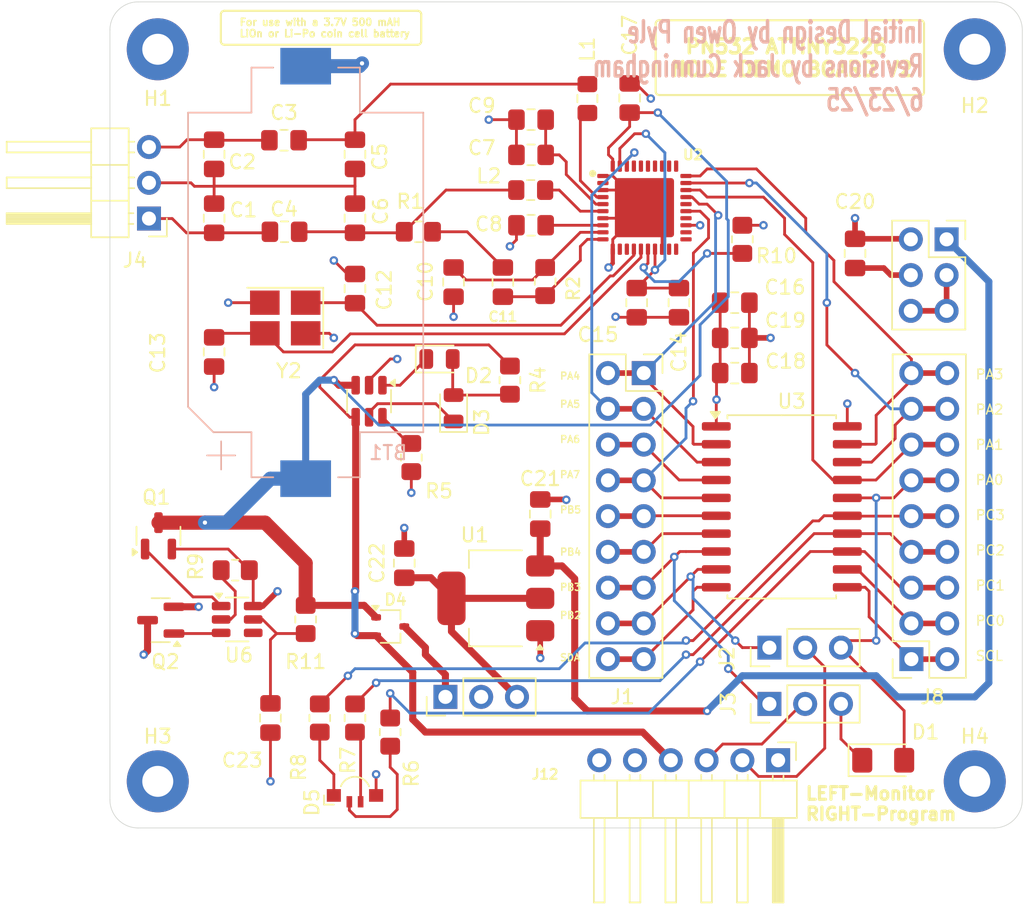
<source format=kicad_pcb>
(kicad_pcb (version 20240108) (generator "pcbnew") (generator_version "8.0")
  (layers (0 "F.Cu" signal "Front_Signal") (1 "In1.Cu" power) (2 "In2.Cu" power) (31 "B.Cu" signal "Back_Signal") (34 "B.Paste" user) (35 "F.Paste" user) (36 "B.SilkS" user "B.Silkscreen") (37 "F.SilkS" user "F.Silkscreen") (38 "B.Mask" user) (39 "F.Mask" user) (44 "Edge.Cuts" user))
  (net 0 "")
  (net 1 "GND")
  (net 2 "+BAT")
  (net 3 "Net-(C3-Pad2)")
  (net 4 "Net-(C4-Pad2)")
  (net 5 "VCC")
  (net 6 "/VOR")
  (net 7 "/VMID")
  (net 8 "/RX")
  (net 9 "Net-(C11-Pad1)")
  (net 10 "/OSCIN")
  (net 11 "/OSCOUT")
  (net 12 "+3.3V")
  (net 13 "/V_REG")
  (net 14 "/PA0")
  (net 15 "Net-(D1-K)")
  (net 16 "Net-(D2-K)")
  (net 17 "Net-(D2-A)")
  (net 18 "Net-(D3-K)")
  (net 19 "Net-(D5-R)")
  (net 20 "Net-(D5-B)")
  (net 21 "Net-(D5-G)")
  (net 22 "/PB3")
  (net 23 "/PA5")
  (net 24 "/PA7")
  (net 25 "/PB2")
  (net 26 "/PA6")
  (net 27 "/PB4")
  (net 28 "/PA4")
  (net 29 "/M_SDA")
  (net 30 "/PB5")
  (net 31 "/PC3")
  (net 32 "/PA1")
  (net 33 "/PC0")
  (net 34 "/PA3")
  (net 35 "/M_SCL")
  (net 36 "/PC2")
  (net 37 "/PA2")
  (net 38 "/PC1")
  (net 39 "/V_USB")
  (net 41 "Net-(J12-Pin_3)")
  (net 43 "Net-(J12-Pin_2)")
  (net 44 "/TX1")
  (net 45 "/TX2")
  (net 46 "Net-(Q1-G)")
  (net 47 "Net-(Q2-G)")
  (net 48 "Net-(U4-PROG)")
  (net 49 "Net-(U6-VCC)")
  (net 67 "Net-(U6-CS)")
  (net 68 "Net-(J4-Pin_1)")
  (net 69 "Net-(U2-I0)")
  (net 70 "/TVDD")
  (net 71 "/AVDD")
  (net 72 "/DVDD")
  (net 73 "Net-(J4-Pin_3)")
  (net 74 "Net-(J4-Pin_2)")
  (footprint "Resistor_SMD:R_0805_2012Metric_Pad1.20x1.40mm_HandSolder" (layer "F.Cu") (at 148.5 107 90)
    (property "Reference" "R8")
    (property "Value" "68")
  )
  (footprint "Package_TO_SOT_SMD:SOT-223-3_TabPin2" (layer "F.Cu") (at 161 98.5 180)
    (property "Reference" "U1")
    (property "Value" "LD1117S33TR")
  )
  (footprint "Resistor_SMD:R_0805_2012Metric_Pad1.20x1.40mm_HandSolder" (layer "F.Cu") (at 151 107 90)
    (property "Reference" "R7")
    (property "Value" "10")
  )
  (footprint "Inductor_SMD:L_0805_2012Metric_Pad1.15x1.40mm_HandSolder" (layer "F.Cu") (at 167.5 63 -90)
    (property "Reference" "L1")
    (property "Value" "560nH")
  )
  (footprint "Capacitor_SMD:C_0805_2012Metric_Pad1.18x1.45mm_HandSolder" (layer "F.Cu") (at 158 76.0375 -90)
    (property "Reference" "C10")
    (property "Value" ".1u")
  )
  (footprint "Capacitor_SMD:C_0805_2012Metric_Pad1.18x1.45mm_HandSolder" (layer "F.Cu") (at 170.5 62.9625 -90)
    (property "Reference" "C17")
    (property "Value" "10 uF")
  )
  (footprint "Connector_PinSocket_2.54mm:PinSocket_2x03_P2.54mm_Vertical" (layer "F.Cu") (at 193 73)
    (property "Reference" "J10" (hide yes))
    (property "Value" "POWER")
  )
  (footprint "Connector_PinHeader_2.54mm:PinHeader_1x06_P2.54mm_Horizontal" (layer "F.Cu") (at 181.04 110 -90)
    (property "Reference" "J12")
    (property "Value" "~" (hide yes))
  )
  (footprint "Capacitor_SMD:C_0805_2012Metric_Pad1.18x1.45mm_HandSolder" (layer "F.Cu") (at 177.9625 77.5)
    (property "Reference" "C16")
    (property "Value" "10nF")
  )
  (footprint "Capacitor_SMD:C_0805_2012Metric_Pad1.18x1.45mm_HandSolder" (layer "F.Cu") (at 145 107 90)
    (property "Reference" "C23")
    (property "Value" "0.1 uF")
  )
  (footprint "Connector_PinSocket_2.54mm:PinSocket_2x09_P2.54mm_Vertical" (layer "F.Cu") (at 190.5 102.82 180)
    (property "Reference" "J8")
    (property "Value" "ATTINY3226" (hide yes))
  )
  (footprint "Capacitor_SMD:C_0805_2012Metric_Pad1.18x1.45mm_HandSolder" (layer "F.Cu") (at 163.5 64.5 180)
    (property "Reference" "C9")
    (property "Value" "4.7u")
  )
  (footprint "LED_SMD:LED_0805_2012Metric" (layer "F.Cu") (at 157 81.5)
    (property "Reference" "D2")
    (property "Value" "LED")
  )
  (footprint "Capacitor_SMD:C_0805_2012Metric_Pad1.18x1.45mm_HandSolder" (layer "F.Cu") (at 186.5 74 90)
    (property "Reference" "C20")
    (property "Value" "100nF")
  )
  (footprint "Package_TO_SOT_SMD:SOT-23-6" (layer "F.Cu") (at 142.6375 100)
    (property "Reference" "U6")
    (property "Value" "DW01A")
  )
  (footprint "Package_TO_SOT_SMD:SOT-323_SC-70" (layer "F.Cu") (at 153.5 100.5)
    (property "Reference" "D4")
    (property "Value" "BAT54CW")
  )
  (footprint "Resistor_SMD:R_0805_2012Metric_Pad1.20x1.40mm_HandSolder" (layer "F.Cu") (at 178.5 73 -90)
    (property "Reference" "R10")
    (property "Value" "1k")
  )
  (footprint "Connector_PinHeader_2.54mm:PinHeader_1x03_P2.54mm_Horizontal" (layer "F.Cu") (at 136.375 71.525 180)
    (property "Reference" "J4")
    (property "Value" "Conn_01x03")
  )
  (footprint "Capacitor_SMD:C_0805_2012Metric_Pad1.18x1.45mm_HandSolder" (layer "F.Cu") (at 163.5 67 180)
    (property "Reference" "C7")
    (property "Value" ".1u" (hide yes))
  )
  (footprint "Connector_PinHeader_2.54mm:PinHeader_1x03_P2.54mm_Vertical" (layer "F.Cu") (at 157.42 105.5 90)
    (property "Reference" "J9" (hide yes))
    (property "Value" "POWER_JUMPER")
  )
  (footprint "LED_SMD:LED_Kingbright_APFA3010_3x1.5mm_Horizontal" (layer "F.Cu") (at 151 112.5)
    (property "Reference" "D5")
    (property "Value" "APFA3010")
  )
  (footprint "Resistor_SMD:R_0805_2012Metric_Pad1.20x1.40mm_HandSolder" (layer "F.Cu") (at 155 88.5 90)
    (property "Reference" "R5")
    (property "Value" "3.9k")
  )
  (footprint "Capacitor_SMD:C_0805_2012Metric_Pad1.18x1.45mm_HandSolder" (layer "F.Cu") (at 151 66.9625 -90)
    (property "Reference" "C5")
    (property "Value" "220p")
  )
  (footprint "Capacitor_SMD:C_0805_2012Metric_Pad1.18x1.45mm_HandSolder" (layer "F.Cu") (at 163.5 72 180)
    (property "Reference" "C8")
    (property "Value" "100 nF")
  )
  (footprint "Connector_PinHeader_2.54mm:PinHeader_1x03_P2.54mm_Vertical" (layer "F.Cu") (at 180.42 106 90)
    (property "Reference" "J3")
    (property "Value" "READ/WRITE")
  )
  (footprint "Package_TO_SOT_SMD:SOT-23" (layer "F.Cu") (at 137.05 94.0625 90)
    (property "Reference" "Q1")
    (property "Value" "IRLML6402")
  )
  (footprint "Package_TO_SOT_SMD:TSOT-23-6" (layer "F.Cu") (at 152 84.5 -90)
    (property "Reference" "U4" (hide yes))
    (property "Value" "TP4057")
  )
  (footprint "Capacitor_SMD:C_0805_2012Metric_Pad1.18x1.45mm_HandSolder" (layer "F.Cu") (at 145.9625 65.9625)
    (property "Reference" "C3")
    (property "Value" "22p")
  )
  (footprint "Capacitor_SMD:C_0805_2012Metric_Pad1.18x1.45mm_HandSolder" (layer "F.Cu") (at 141 71.5 -90)
    (property "Reference" "C2")
    (property "Value" "200p")
  )
  (footprint "MountingHole:MountingHole_2.2mm_M2_Pad" (layer "F.Cu") (at 137 59.5)
    (property "Reference" "H1")
    (property "Value" "MountingHole_Pad" (hide yes))
  )
  (footprint "LED_SMD:LED_0805_2012Metric" (layer "F.Cu") (at 158 85 90)
    (property "Reference" "D3")
    (property "Value" "LED")
  )
  (footprint "Resistor_SMD:R_0805_2012Metric_Pad1.20x1.40mm_HandSolder" (layer "F.Cu") (at 155.5 72.4625)
    (property "Reference" "R1")
    (property "Value" "1.6K")
  )
  (footprint "MountingHole:MountingHole_2.2mm_M2_Pad" (layer "F.Cu") (at 195 111.5)
    (property "Reference" "H4")
    (property "Value" "MountingHole_Pad" (hide yes))
  )
  (footprint "MountingHole:MountingHole_2.2mm_M2_Pad" (layer "F.Cu") (at 137 111.5)
    (property "Reference" "H3")
    (property "Value" "MountingHole_Pad" (hide yes))
  )
  (footprint "Package_TO_SOT_SMD:SOT-23" (layer "F.Cu") (at 137.2125 100.05 180)
    (property "Reference" "Q2")
    (property "Value" "IRLML6402")
  )
  (footprint "Resistor_SMD:R_0805_2012Metric_Pad1.20x1.40mm_HandSolder" (layer "F.Cu") (at 162 83 90)
    (property "Reference" "R4")
    (property "Value" "1k")
  )
  (footprint "Package_SO:SOIC-20W_7.5x12.8mm_P1.27mm" (layer "F.Cu") (at 181.3 92)
    (property "Reference" "U3")
    (property "Value" "ATtiny3226-S")
  )
  (footprint "Diode_SMD:D_1206_3216Metric_Pad1.42x1.75mm_HandSolder" (layer "F.Cu") (at 188.5 110)
    (property "Reference" "D1")
    (property "Value" "BZS55C5V1" (hide yes))
  )
  (footprint "Resistor_SMD:R_0805_2012Metric_Pad1.20x1.40mm_HandSolder" (layer "F.Cu") (at 164.5 76 -90)
    (property "Reference" "R2")
    (property "Value" "1K")
  )
  (footprint "Inductor_SMD:L_0805_2012Metric_Pad1.15x1.40mm_HandSolder" (layer "F.Cu") (at 163.475 69.5)
    (property "Reference" "L2")
    (property "Value" "560nH")
  )
  (footprint "Connector_PinHeader_2.54mm:PinHeader_1x03_P2.54mm_Vertical" (layer "F.Cu") (at 180.42 102 90)
    (property "Reference" "J2")
    (property "Value" "READ/WRITE")
  )
  (footprint "Capacitor_SMD:C_0805_2012Metric_Pad1.18x1.45mm_HandSolder" (layer "F.Cu") (at 164.15281 92.51387 90)
    (property "Reference" "C21")
    (property "Value" "100nF")
  )
  (footprint "Capacitor_SMD:C_0805_2012Metric_Pad1.18x1.45mm_HandSolder" (layer "F.Cu") (at 151 71.5 -90)
    (property "Reference" "C6")
    (property "Value" "220p")
  )
  (footprint "Capacitor_SMD:C_0805_2012Metric_Pad1.18x1.45mm_HandSolder" (layer "F.Cu") (at 151 76.5 90)
    (property "Reference" "C12")
    (property "Value" "22pF")
  )
  (footprint "Capacitor_SMD:C_0805_2012Metric_Pad1.18x1.45mm_HandSolder" (layer "F.Cu") (at 154.5 96 90)
    (property "Reference" "C22")
    (property "Value" "10uF")
  )
  (footprint "Capacitor_SMD:C_0805_2012Metric_Pad1.18x1.45mm_HandSolder" (layer "F.Cu") (at 177.9625 82.5)
    (property "Reference" "C18")
    (property "Value" "100nF")
  )
  (footprint "PN532:QFN40G-0.5-6X6MM" (layer "F.Cu") (at 171.55 70.75)
    (property "Reference" "U2")
    (property "Value" "PN5321A3HN/C106_55")
  )
  (footprint "Resistor_SMD:R_0805_2012Metric_Pad1.20x1.40mm_HandSolder" (layer "F.Cu") (at 142.5 96.5 180)
    (property "Reference" "R9")
    (property "Value" "1k")
  )
  (footprint "MountingHole:MountingHole_2.2mm_M2_Pad" (layer "F.Cu") (at 195 59.5)
    (property "Reference" "H2")
    (property "Value" "MountingHole_Pad" (hide yes))
  )
  (footprint "Capacitor_SMD:C_0805_2012Metric_Pad1.18x1.45mm_HandSolder" (layer "F.Cu") (at 141 81 -90)
    (property "Reference" "C13")
    (property "Value" "22pF")
  )
  (footprint "Capacitor_SMD:C_0805_2012Metric_Pad1.18x1.45mm_HandSolder" (layer "F.Cu") (at 174 77.5 -90)
    (property "Reference" "C14")
    (property "Value" "100 nF")
  )
  (footprint "Resistor_SMD:R_0805_2012Metric_Pad1.20x1.40mm_HandSolder" (layer "F.Cu") (at 153.5 108 90)
    (property "Reference" "R6")
    (property "Value" "10")
  )
  (footprint "Capacitor_SMD:C_0805_2012Metric_Pad1.18x1.45mm_HandSolder" (layer "F.Cu") (at 177.9625 80)
    (property "Reference" "C19")
    (property "Value" "1uF")
  )
  (footprint "Capacitor_SMD:C_0805_2012Metric_Pad1.18x1.45mm_HandSolder" (layer "F.Cu") (at 161.5 76.0375 -90)
    (property "Reference" "C11")
    (property "Value" "1n")
  )
  (footprint "Capacitor_SMD:C_0805_2012Metric_Pad1.18x1.45mm_HandSolder" (layer "F.Cu") (at 171 77.5 -90)
    (property "Reference" "C15")
    (property "Value" "10uF")
  )
  (footprint "Connector_PinSocket_2.54mm:PinSocket_2x09_P2.54mm_Vertical" (layer "F.Cu") (at 171.5 82.5)
    (property "Reference" "J1")
    (property "Value" "ATTINY3226" (hide yes))
  )
  (footprint "Capacitor_SMD:C_0805_2012Metric_Pad1.18x1.45mm_HandSolder" (layer "F.Cu") (at 141 66.9625 -90)
    (property "Reference" "C1")
    (property "Value" "200p")
  )
  (footprint "Capacitor_SMD:C_0805_2012Metric_Pad1.18x1.45mm_HandSolder" (layer "F.Cu") (at 146 72.4625)
    (property "Reference" "C4")
    (property "Value" "22p")
  )
  (footprint "Crystal:Crystal_SMD_SeikoEpson_TSX3225-4Pin_3.2x2.5mm_HandSoldering" (layer "F.Cu") (at 146.05 78.5875 180)
    (property "Reference" "Y2")
    (property "Value" "27.12 MHz")
  )
  (footprint "Resistor_SMD:R_0805_2012Metric_Pad1.20x1.40mm_HandSolder" (layer "F.Cu") (at 147.5 100 -90)
    (property "Reference" "R11")
    (property "Value" "100")
  )
  (footprint "Battery:BatteryHolder_Keystone_1060_1x2032" (layer "B.Cu") (at 147.5 75.35 90)
    (property "Reference" "BT1")
    (property "Value" "Battery")
  )
  (gr_line (start 155.702 57.019) (end 155.702 58.932) (stroke (width 0.15)) (layer "F.SilkS"))
  (gr_line (start 141.478 58.932) (end 141.478 57.019) (stroke (width 0.15)) (layer "F.SilkS"))
  (gr_line (start 172.598 57.436) (end 191.148 57.436) (stroke (width 0.15)) (layer "F.SilkS"))
  (gr_arc (start 141.728 59.182) (mid 141.551223 59.108777) (end 141.478 58.932) (stroke (width 0.15)) (layer "F.SilkS"))
  (gr_line (start 141.728 56.769) (end 155.452 56.769) (stroke (width 0.15)) (layer "F.SilkS"))
  (gr_arc (start 172.348 57.686) (mid 172.421223 57.509223) (end 172.598 57.436) (stroke (width 0.15)) (layer "F.SilkS"))
  (gr_line (start 155.452 59.182) (end 141.728 59.182) (stroke (width 0.15)) (layer "F.SilkS"))
  (gr_arc (start 155.702 58.932) (mid 155.628777 59.108777) (end 155.452 59.182) (stroke (width 0.15)) (layer "F.SilkS"))
  (gr_arc (start 155.452 56.769) (mid 155.628777 56.842223) (end 155.702 57.019) (stroke (width 0.15)) (layer "F.SilkS"))
  (gr_arc (start 191.397069 62.563305) (mid 191.344647 62.689863) (end 191.218089 62.742285) (stroke (width 0.15)) (layer "F.SilkS"))
  (gr_arc (start 172.598 62.75) (mid 172.421223 62.676777) (end 172.348 62.5) (stroke (width 0.15)) (layer "F.SilkS"))
  (gr_line (start 172.348 62.5) (end 172.348 57.686) (stroke (width 0.15)) (layer "F.SilkS"))
  (gr_line (start 191.398 57.686) (end 191.398 62.5) (stroke (width 0.15)) (layer "F.SilkS"))
  (gr_arc (start 191.148 57.436) (mid 191.324777 57.509223) (end 191.398 57.686) (stroke (width 0.15)) (layer "F.SilkS"))
  (gr_line (start 191.167333 62.750484) (end 172.617333 62.750484) (stroke (width 0.15)) (layer "F.SilkS"))
  (gr_arc (start 141.478 57.019) (mid 141.551223 56.842223) (end 141.728 56.769) (stroke (width 0.15)) (layer "F.SilkS"))
  (gr_line (start 196.374 114.808) (end 135.604 114.808) (stroke (width 0.05)) (layer "Edge.Cuts"))
  (gr_line (start 133.604 112.808) (end 133.604 58.134) (stroke (width 0.05)) (layer "Edge.Cuts"))
  (gr_line (start 135.604 56.134) (end 196.374 56.134) (stroke (width 0.05)) (layer "Edge.Cuts"))
  (gr_arc (start 135.604 114.808) (mid 134.189786 114.222214) (end 133.604 112.808) (stroke (width 0.05)) (layer "Edge.Cuts"))
  (gr_arc (start 196.374 56.134) (mid 197.788214 56.719786) (end 198.374 58.134) (stroke (width 0.05)) (layer "Edge.Cuts"))
  (gr_line (start 198.374 58.134) (end 198.374 112.808) (stroke (width 0.05)) (layer "Edge.Cuts"))
  (gr_arc (start 198.374 112.808) (mid 197.788214 114.222214) (end 196.374 114.808) (stroke (width 0.05)) (layer "Edge.Cuts"))
  (gr_arc (start 133.604 58.134) (mid 134.189786 56.719786) (end 135.604 56.134) (stroke (width 0.05)) (layer "Edge.Cuts"))
  (gr_text "Initial Design by Owen Pyle\nRevisions by Jack Cunningham\n6/23/25" (at 191.5 64 0) (layer "B.SilkS") (effects (font (size 1.5 1) (thickness 0.25) (bold yes)) (justify left bottom mirror)))
  (gr_text "PC0" (at 195 100.5 0) (layer "F.SilkS") (effects (font (size 0.7 0.7) (thickness 0.1)) (justify left bottom)))
  (gr_text "PB3" (at 165.5 98 0) (layer "F.SilkS") (effects (font (size 0.5 0.5) (thickness 0.1)) (justify left bottom)))
  (gr_text "PC3" (at 195 93 0) (layer "F.SilkS") (effects (font (size 0.7 0.7) (thickness 0.1)) (justify left bottom)))
  (gr_text "PA4" (at 165.5 83 0) (layer "F.SilkS") (effects (font (size 0.5 0.5) (thickness 0.1)) (justify left bottom)))
  (gr_text "PN532 ATTINY3226 \nNODE DEMO BOARD V2\n" (at 182 61.5 0) (layer "F.SilkS") (effects (font (size 1 1) (thickness 0.25) (bold yes)) (justify bottom)))
  (gr_text "PA5\n" (at 165.5 85 0) (layer "F.SilkS") (effects (font (size 0.5 0.5) (thickness 0.1)) (justify left bottom)))
  (gr_text "PB5" (at 165.5 92.5 0) (layer "F.SilkS") (effects (font (size 0.5 0.5) (thickness 0.1)) (justify left bottom)))
  (gr_text "PA2" (at 195 85.5 0) (layer "F.SilkS") (effects (font (size 0.7 0.7) (thickness 0.1)) (justify left bottom)))
  (gr_text "PA0" (at 195 90.5 0) (layer "F.SilkS") (effects (font (size 0.7 0.7) (thickness 0.1)) (justify left bottom)))
  (gr_text "SCL" (at 195 103 0) (layer "F.SilkS") (effects (font (size 0.7 0.7) (thickness 0.1)) (justify left bottom)))
  (gr_text "PA1" (at 195 88 0) (layer "F.SilkS") (effects (font (size 0.7 0.7) (thickness 0.1)) (justify left bottom)))
  (gr_text "PC1" (at 195 98 0) (layer "F.SilkS") (effects (font (size 0.7 0.7) (thickness 0.1)) (justify left bottom)))
  (gr_text "PA3" (at 195 83 0) (layer "F.SilkS") (effects (font (size 0.7 0.7) (thickness 0.1)) (justify left bottom)))
  (gr_text "PA6" (at 165.5 87.5 0) (layer "F.SilkS") (effects (font (size 0.5 0.5) (thickness 0.1)) (justify left bottom)))
  (gr_text "PB2" (at 165.5 100 0) (layer "F.SilkS") (effects (font (size 0.5 0.5) (thickness 0.1)) (justify left bottom)))
  (gr_text "LEFT-Monitor\nRIGHT-Program" (at 182.88512 114.344463 0) (layer "F.SilkS") (effects (font (size 0.9 0.9) (thickness 0.225) (bold yes)) (justify left bottom)))
  (gr_text "PC2" (at 195 95.5 0) (layer "F.SilkS") (effects (font (size 0.7 0.7) (thickness 0.1)) (justify left bottom)))
  (gr_text "PB4\n" (at 165.5 95.5 0) (layer "F.SilkS") (effects (font (size 0.5 0.5) (thickness 0.1)) (justify left bottom)))
  (gr_text "SDA" (at 165.5 103 0) (layer "F.SilkS") (effects (font (size 0.5 0.5) (thickness 0.1)) (justify left bottom)))
  (gr_text "PA7" (at 165.5 90 0) (layer "F.SilkS") (effects (font (size 0.5 0.5) (thickness 0.1)) (justify left bottom)))
  (gr_text "For use with a 3.7V 500 mAH \nLiOn or Li-Po coin cell battery" (at 142.748 58.674 0) (layer "F.SilkS") (effects (font (size 0.5 0.5) (thickness 0.125) (bold yes)) (justify left bottom)))
  (segment (start 147.5 79.675) (end 149.175 79.675) (width 0.2) (layer "F.Cu") (net 1))
  (segment (start 170.5 61.925) (end 170.925 61.925) (width 0.2) (layer "F.Cu") (net 1))
  (segment (start 169.5375 78.5375) (end 171 78.5375) (width 0.2) (layer "F.Cu") (net 1))
  (segment (start 162.4625 72) (end 162.4625 73.0375) (width 0.2) (layer "F.Cu") (net 1))
  (segment (start 170.8 71.5) (end 171.55 70.75) (width 0.2) (layer "F.Cu") (net 1))
  (segment (start 185.95 86.285) (end 185.95 84.690546) (width 0.2) (layer "F.Cu") (net 1))
  (segment (start 185.930605 84.671151) (end 185.94259 84.683136) (width 0.2) (layer "F.Cu") (net 1))
  (segment (start 145 108.0375) (end 145 111.5) (width 0.2) (layer "F.Cu") (net 1))
  (segment (start 149.175 79.675) (end 149.5 80) (width 0.2) (layer "F.Cu") (net 1))
  (segment (start 144.6 77.5) (end 142 77.5) (width 0.2) (layer "F.Cu") (net 1))
  (segment (start 169.3 74.7) (end 169 75) (width 0.3) (layer "F.Cu") (net 1))
  (segment (start 162.4625 64.5) (end 160.5 64.5) (width 0.2) (layer "F.Cu") (net 1))
  (segment (start 190.4225 72.9625) (end 190.46 73) (width 0.2) (layer "F.Cu") (net 1))
  (segment (start 170.3 69.5) (end 171.55 70.75) (width 0.2) (layer "F.Cu") (net 1))
  (segment (start 185.95 84.690546) (end 185.954575 84.695121) (width 0.2) (layer "F.Cu") (net 1))
  (segment (start 162.4625 67) (end 162.4625 64.5) (width 0.2) (layer "F.Cu") (net 1))
  (segment (start 193 75.54) (end 193 78.08) (width 0.4) (layer "F.Cu") (net 1))
  (segment (start 162.4625 73.0375) (end 162 73.5) (width 0.2) (layer "F.Cu") (net 1))
  (segment (start 152.5 112.5) (end 152.5 111) (width 0.2) (layer "F.Cu") (net 1))
  (segment (start 168.6 71.5) (end 170.8 71.5) (width 0.2) (layer "F.Cu") (net 1))
  (segment (start 153.509448 81.5) (end 154 81.5) (width 0.2) (layer "F.Cu") (net 1))
  (segment (start 142 95) (end 143.5 96.5) (width 0.2) (layer "F.Cu") (net 1))
  (segment (start 165.97637 91.47637) (end 166 91.5) (width 0.2) (layer "F.Cu") (net 1))
  (segment (start 172.8 72) (end 171.55 70.75) (width 0.2) (layer "F.Cu") (net 1))
  (segment (start 180 72) (end 178.5 72) (width 0.2) (layer "F.Cu") (net 1))
  (segment (start 143.775 99.05) (end 143.775 96.775) (width 0.2) (layer "F.Cu") (net 1))
  (segment (start 164.15281 91.47637) (end 165.97637 91.47637) (width 0.4) (layer "F.Cu") (net 1))
  (segment (start 141 82.0375) (end 141 83.5) (width 0.2) (layer "F.Cu") (net 1))
  (segment (start 143.775 96.775) (end 143.5 96.5) (width 0.2) (layer "F.Cu") (net 1))
  (segment (start 185.954575 84.695121) (end 185.954575 84.671151) (width 0.2) (layer "F.Cu") (net 1))
  (segment (start 170.925 61.925) (end 172 63) (width 0.2) (layer "F.Cu") (net 1))
  (segment (start 179 80) (end 179 77.5) (width 0.2) (layer "F.Cu") (net 1))
  (segment (start 169.3 73.7) (end 169.3 73) (width 0.2) (layer "F.Cu") (net 1))
  (segment (start 138 95) (end 142 95) (width 0.2) (layer "F.Cu") (net 1))
  (segment (start 171 78.5375) (end 174 78.5375) (width 0.2) (layer "F.Cu") (net 1))
  (segment (start 158 78.5) (end 158 77.075) (width 0.2) (layer "F.Cu") (net 1))
  (segment (start 144.45 99.05) (end 145.5 98) (width 0.4) (layer "F.Cu") (net 1))
  (segment (start 143.775 99.05) (end 144.45 99.05) (width 0.4) (layer "F.Cu") (net 1))
  (segment (start 185.954575 84.671151) (end 185.930605 84.671151) (width 0.2) (layer "F.Cu") (net 1))
  (segment (start 154.5 94.9625) (end 154.5 93.5) (width 0.4) (layer "F.Cu") (net 1))
  (segment (start 152 83.3625) (end 152 83.009448) (width 0.2) (layer "F.Cu") (net 1))
  (segment (start 168.6 68.5) (end 169.3 68.5) (width 0.2) (layer "F.Cu") (net 1))
  (segment (start 155 89.5) (end 155 91) (width 0.2) (layer "F.Cu") (net 1))
  (segment (start 164.154034 102.740368) (end 164.15 102.734812) (width 0.2) (layer "F.Cu") (net 1))
  (segment (start 169.5 78.5) (end 169.5375 78.5375) (width 0.2) (layer "F.Cu") (net 1))
  (segment (start 169.3 73) (end 171.55 70.75) (width 0.2) (layer "F.Cu") (net 1))
  (segment (start 138.15 99.1) (end 139.9 99.1) (width 0.5) (layer "F.Cu") (net 1))
  (segment (start 164.15 100.8) (end 164.154034 102.740368) (width 0.4) (layer "F.Cu") (net 1))
  (segment (start 168.6 69.5) (end 170.3 69.5) (width 0.2) (layer "F.Cu") (net 1))
  (segment (start 172.8 73.7) (end 172.8 72) (width 0.2) (layer "F.Cu") (net 1))
  (segment (start 152 83.009448) (end 153.509448 81.5) (width 0.2) (layer "F.Cu") (net 1))
  (segment (start 179 80) (end 180.5 80) (width 0.4) (layer "F.Cu") (net 1))
  (segment (start 169.3 68.5) (end 171.55 70.75) (width 0.2) (layer "F.Cu") (net 1))
  (segment (start 150.4625 75.4625) (end 149.5 74.5) (width 0.2) (layer "F.Cu") (net 1))
  (segment (start 190.46 78.08) (end 193 78.08) (width 0.4) (layer "F.Cu") (net 1))
  (segment (start 151 75.4625) (end 150.4625 75.4625) (width 0.2) (layer "F.Cu") (net 1))
  (segment (start 169.3 73.7) (end 169.3 74.7) (width 0.3) (layer "F.Cu") (net 1))
  (segment (start 186.5 72.9625) (end 186.5 71.5) (width 0.4) (layer "F.Cu") (net 1))
  (segment (start 179 82.5) (end 179 80) (width 0.2) (layer "F.Cu") (net 1))
  (segment (start 186.5 72.9625) (end 190.4225 72.9625) (width 0.4) (layer "F.Cu") (net 1))
  (via (at 164.154034 102.740368) (size 0.6) (drill 0.3) (layers "F.Cu" "B.Cu") (net 1))
  (via (at 139.9 99.1) (size 0.6) (drill 0.3) (layers "F.Cu" "B.Cu") (net 1))
  (via (at 149.5 80) (size 0.6) (drill 0.3) (layers "F.Cu" "B.Cu") (net 1))
  (via (at 142 77.5) (size 0.6) (drill 0.3) (layers "F.Cu" "B.Cu") (net 1))
  (via (at 162 73.5) (size 0.6) (drill 0.3) (layers "F.Cu" "B.Cu") (net 1))
  (via (at 154.5 93.5) (size 0.6) (drill 0.3) (layers "F.Cu" "B.Cu") (net 1))
  (via (at 172 63) (size 0.6) (drill 0.3) (layers "F.Cu" "B.Cu") (net 1))
  (via (at 141 83.5) (size 0.6) (drill 0.3) (layers "F.Cu" "B.Cu") (net 1))
  (via (at 186.5 71.5) (size 0.6) (drill 0.3) (layers "F.Cu" "B.Cu") (net 1))
  (via (at 145.5 98) (size 0.6) (drill 0.3) (layers "F.Cu" "B.Cu") (net 1))
  (via (at 158 78.5) (size 0.6) (drill 0.3) (layers "F.Cu" "B.Cu") (net 1))
  (via (at 185.954575 84.671151) (size 0.6) (drill 0.3) (layers "F.Cu" "B.Cu") (net 1))
  (via (at 154 81.5) (size 0.6) (drill 0.3) (layers "F.Cu" "B.Cu") (net 1))
  (via (at 151.5 60.5) (size 0.6) (drill 0.3) (layers "F.Cu" "B.Cu") (net 1))
  (via (at 166 91.5) (size 0.6) (drill 0.3) (layers "F.Cu" "B.Cu") (net 1))
  (via (at 152.5 111) (size 0.6) (drill 0.3) (layers "F.Cu" "B.Cu") (net 1))
  (via (at 180 72) (size 0.6) (drill 0.3) (layers "F.Cu" "B.Cu") (net 1))
  (via (at 160.5 64.5) (size 0.6) (drill 0.3) (layers "F.Cu" "B.Cu") (net 1))
  (via (at 155 91) (size 0.6) (drill 0.3) (layers "F.Cu" "B.Cu") (net 1))
  (via (at 169 75) (size 0.6) (drill 0.3) (layers "F.Cu" "B.Cu") (net 1))
  (via (at 180.5 80) (size 0.6) (drill 0.3) (layers "F.Cu" "B.Cu") (net 1))
  (via (at 145 111.5) (size 0.6) (drill 0.3) (layers "F.Cu" "B.Cu") (net 1))
  (via (at 169.5 78.5) (size 0.6) (drill 0.3) (layers "F.Cu" "B.Cu") (net 1))
  (via (at 149.5 74.5) (size 0.6) (drill 0.3) (layers "F.Cu" "B.Cu") (net 1))
  (segment (start 151.3 60.7) (end 147.5 60.7) (width 1) (layer "B.Cu") (net 1))
  (segment (start 151.5 60.5) (end 151.3 60.7) (width 1) (layer "B.Cu") (net 1))
  (segment (start 151.65 99) (end 152.5 99.85) (width 0.5) (layer "F.Cu") (net 2))
  (segment (start 147.5 98.4) (end 147.5 96) (width 1) (layer "F.Cu") (net 2))
  (segment (start 169 66.5) (end 170.5 65) (width 0.2) (layer "F.Cu") (net 2))
  (segment (start 144.620272 93.120272) (end 140.347984 93.120272) (width 1) (layer "F.Cu") (net 2))
  (segment (start 169.3 67.3) (end 169 67) (width 0.2) (layer "F.Cu") (net 2))
  (segment (start 151.05 83.3625) (end 149.8625 83.3625) (width 0.5) (layer "F.Cu") (net 2))
  (segment (start 169 67) (end 169 66.5) (width 0.2) (layer "F.Cu") (net 2))
  (segment (start 137.05 93.125) (end 140.343256 93.125) (width 1) (layer "F.Cu") (net 2))
  (segment (start 140.347984 93.120272) (end 140.352712 93.125) (width 0.2) (layer "F.Cu") (net 2))
  (segment (start 172.5 64) (end 170.5 64) (width 0.2) (layer "F.Cu") (net 2))
  (segment (start 149.8625 83.3625) (end 149.5 83) (width 0.5) (layer "F.Cu") (net 2))
  (segment (start 169.3 67.8) (end 169.3 67.3) (width 0.2) (layer "F.Cu") (net 2))
  (segment (start 147.5 96) (end 144.620272 93.120272) (width 1) (layer "F.Cu") (net 2))
  (segment (start 147.5 99) (end 151.65 99) (width 0.5) (layer "F.Cu") (net 2))
  (segment (start 170.5 65) (end 170.5 64) (width 0.2) (layer "F.Cu") (net 2))
  (segment (start 140.352712 93.125) (end 140.375 93.125) (width 0.2) (layer "F.Cu") (net 2))
  (segment (start 140.343256 93.125) (end 140.347984 93.120272) (width 1) (layer "F.Cu") (net 2))
  (segment (start 147.5 99) (end 147.5 98.4) (width 0.2) (layer "F.Cu") (net 2))
  (via (at 149.5 83) (size 0.6) (drill 0.3) (layers "F.Cu" "B.Cu") (net 2))
  (via (at 140.347984 93.120272) (size 0.6) (drill 0.3) (layers "F.Cu" "B.Cu") (net 2))
  (via (at 172.5 64) (size 0.6) (drill 0.3) (layers "F.Cu" "B.Cu") (net 2))
  (segment (start 177.5 71.654851) (end 177.384814 71.539665) (width 0.2) (layer "B.Cu") (net 2))
  (segment (start 149.5 83) (end 148.5 83) (width 0.5) (layer "B.Cu") (net 2))
  (segment (start 177.384814 71.539665) (end 177.384814 68.884814) (width 0.2) (layer "B.Cu") (net 2))
  (segment (start 177.384814 68.884814) (end 172.5 64) (width 0.2) (layer "B.Cu") (net 2))
  (segment (start 152.69 86.19) (end 171.976346 86.19) (width 0.2) (layer "B.Cu") (net 2))
  (segment (start 141.879728 93.120272) (end 145 90) (width 1) (layer "B.Cu") (net 2))
  (segment (start 147.5 84) (end 147.5 90) (width 0.5) (layer "B.Cu") (net 2))
  (segment (start 140.347984 93.120272) (end 141.879728 93.120272) (width 1) (layer "B.Cu") (net 2))
  (segment (start 171.976346 86.19) (end 175.5 82.666346) (width 0.2) (layer "B.Cu") (net 2))
  (segment (start 145 90) (end 147.5 90) (width 1) (layer "B.Cu") (net 2))
  (segment (start 148.5 83) (end 147.5 84) (width 0.5) (layer "B.Cu") (net 2))
  (segment (start 175.5 79.065686) (end 177.5 77.065686) (width 0.2) (layer "B.Cu") (net 2))
  (segment (start 177.5 77.065686) (end 177.5 71.654851) (width 0.2) (layer "B.Cu") (net 2))
  (segment (start 175.5 82.666346) (end 175.5 79.065686) (width 0.2) (layer "B.Cu") (net 2))
  (segment (start 149.5 83) (end 152.69 86.19) (width 0.2) (layer "B.Cu") (net 2))
  (segment (start 151 64.5) (end 151 65.925) (width 0.2) (layer "F.Cu") (net 3))
  (segment (start 147.0375 65.925) (end 147 65.9625) (width 0.2) (layer "F.Cu") (net 3))
  (segment (start 151 65.925) (end 147.0375 65.925) (width 0.2) (layer "F.Cu") (net 3))
  (segment (start 150.9625 65.9625) (end 151 65.925) (width 0.2) (layer "F.Cu") (net 3))
  (segment (start 153.525 61.975) (end 151 64.5) (width 0.2) (layer "F.Cu") (net 3))
  (segment (start 167.5 61.975) (end 153.525 61.975) (width 0.2) (layer "F.Cu") (net 3))
  (segment (start 147.0375 72.4625) (end 150.925 72.4625) (width 0.2) (layer "F.Cu") (net 4))
  (segment (start 154.5 72.4625) (end 157.4625 69.5) (width 0.2) (layer "F.Cu") (net 4))
  (segment (start 154.425 72.5375) (end 154.5 72.4625) (width 0.2) (layer "F.Cu") (net 4))
  (segment (start 151.075 72.4625) (end 151 72.5375) (width 0.2) (layer "F.Cu") (net 4))
  (segment (start 150.925 72.4625) (end 151 72.5375) (width 0.2) (layer "F.Cu") (net 4))
  (segment (start 157.4625 69.5) (end 162.45 69.5) (width 0.2) (layer "F.Cu") (net 4))
  (segment (start 151 72.5375) (end 154.425 72.5375) (width 0.2) (layer "F.Cu") (net 4))
  (segment (start 167.5 106.5) (end 176 106.5) (width 0.5) (layer "F.Cu") (net 5))
  (segment (start 164.15 96.2) (end 164.15 93.55418) (width 0.5) (layer "F.Cu") (net 5))
  (segment (start 166.5 97) (end 166.6 97.1) (width 0.2) (layer "F.Cu") (net 5))
  (segment (start 166.6 105.6) (end 167.5 106.5) (width 0.5) (layer "F.Cu") (net 5))
  (segment (start 164.15 96.2) (end 165.7 96.2) (width 0.5) (layer "F.Cu") (net 5))
  (segment (start 166.6 97.1) (end 166.6 105.6) (width 0.5) (layer "F.Cu") (net 5))
  (segment (start 164.15 93.55418) (end 164.15281 93.55137) (width 0.2) (layer "F.Cu") (net 5))
  (segment (start 165.7 96.2) (end 166.5 97) (width 0.5) (layer "F.Cu") (net 5))
  (via (at 176 106.5) (size 0.6) (drill 0.3) (layers "F.Cu" "B.Cu") (net 5))
  (segment (start 196 76) (end 193 73) (width 0.5) (layer "B.Cu") (net 5))
  (segment (start 188 104) (end 189.5 105.5) (width 0.5) (layer "B.Cu") (net 5))
  (segment (start 176 106.5) (end 178.5 104) (width 0.5) (layer "B.Cu") (net 5))
  (segment (start 178.5 104) (end 188 104) (width 0.5) (layer "B.Cu") (net 5))
  (segment (start 189.5 105.5) (end 195 105.5) (width 0.5) (layer "B.Cu") (net 5))
  (segment (start 196 104.5) (end 196 76) (width 0.5) (layer "B.Cu") (net 5))
  (segment (start 195 105.5) (end 196 104.5) (width 0.5) (layer "B.Cu") (net 5))
  (segment (start 156 102) (end 154.5 100.5) (width 0.5) (layer "F.Cu") (net 6))
  (segment (start 157.42 105.5) (end 157.42 103.92) (width 0.5) (layer "F.Cu") (net 6))
  (segment (start 157.42 103.92) (end 156 102.5) (width 0.5) (layer "F.Cu") (net 6))
  (segment (start 156 102.5) (end 156 102) (width 0.5) (layer "F.Cu") (net 6))
  (segment (start 167 72.5) (end 168.6 72.5) (width 0.2) (layer "F.Cu") (net 7))
  (segment (start 163.6125 75.8875) (end 158.8875 75.8875) (width 0.2) (layer "F.Cu") (net 7))
  (segment (start 164.5 75) (end 167 72.5) (width 0.2) (layer "F.Cu") (net 7))
  (segment (start 164.5 75) (end 163.6125 75.8875) (width 0.2) (layer "F.Cu") (net 7))
  (segment (start 158.8875 75.8875) (end 158 75) (width 0.2) (layer "F.Cu") (net 7))
  (segment (start 167 73.5) (end 167 74.5) (width 0.2) (layer "F.Cu") (net 8))
  (segment (start 168.6 73) (end 167.5 73) (width 0.2) (layer "F.Cu") (net 8))
  (segment (start 164.425 77.075) (end 164.5 77) (width 0.2) (layer "F.Cu") (net 8))
  (segment (start 161.5 77.075) (end 164.425 77.075) (width 0.2) (layer "F.Cu") (net 8))
  (segment (start 163.9625 77) (end 164 77.0375) (width 0.2) (layer "F.Cu") (net 8))
  (segment (start 167.5 73) (end 167 73.5) (width 0.2) (layer "F.Cu") (net 8))
  (segment (start 167 74.5) (end 164.5 77) (width 0.2) (layer "F.Cu") (net 8))
  (segment (start 158.9625 72.4625) (end 156.5 72.4625) (width 0.2) (layer "F.Cu") (net 9))
  (segment (start 161.5 75) (end 158.9625 72.4625) (width 0.2) (layer "F.Cu") (net 9))
  (segment (start 170.8 73.7) (end 170.8 74.13241) (width 0.2) (layer "F.Cu") (net 10))
  (segment (start 169.33241 75.6) (end 169.116205 75.6) (width 0.2) (layer "F.Cu") (net 10))
  (segment (start 150.9625 77.5) (end 151 77.5375) (width 0.2) (layer "F.Cu") (net 10))
  (segment (start 165.616205 79.1) (end 152.5625 79.1) (width 0.2) (layer "F.Cu") (net 10))
  (segment (start 147.5 77.5) (end 150.9625 77.5) (width 0.2) (layer "F.Cu") (net 10))
  (segment (start 170.8 74.13241) (end 169.33241 75.6) (width 0.2) (layer "F.Cu") (net 10))
  (segment (start 169.116205 75.6) (end 165.616205 79.1) (width 0.2) (layer "F.Cu") (net 10))
  (segment (start 152.5625 79.1) (end 151 77.5375) (width 0.2) (layer "F.Cu") (net 10))
  (segment (start 149.385539 81) (end 145.925 81) (width 0.2) (layer "F.Cu") (net 11))
  (segment (start 144.6 79.675) (end 141.2875 79.675) (width 0.2) (layer "F.Cu") (net 11))
  (segment (start 165.868513 79.716231) (end 150.669308 79.716231) (width 0.2) (layer "F.Cu") (net 11))
  (segment (start 171.3 74.284744) (end 165.868513 79.716231) (width 0.2) (layer "F.Cu") (net 11))
  (segment (start 171.3 73.7) (end 171.3 74.284744) (width 0.2) (layer "F.Cu") (net 11))
  (segment (start 150.669308 79.716231) (end 149.385539 81) (width 0.2) (layer "F.Cu") (net 11))
  (segment (start 145.925 81) (end 144.6 79.675) (width 0.2) (layer "F.Cu") (net 11))
  (segment (start 141.2875 79.675) (end 141 79.9625) (width 0.2) (layer "F.Cu") (net 11))
  (segment (start 176.925 82.5) (end 176.925 80) (width 0.2) (layer "F.Cu") (net 12))
  (segment (start 176.666318 84.383515) (end 176.666318 82.758682) (width 0.2) (layer "F.Cu") (net 12))
  (segment (start 176.65 84.399832) (end 176.666317 84.383515) (width 0.2) (layer "F.Cu") (net 12))
  (segment (start 176.925 80) (end 176.925 77.5) (width 0.2) (layer "F.Cu") (net 12))
  (segment (start 188.5375 75.0375) (end 186.5 75.0375) (width 0.4) (layer "F.Cu") (net 12))
  (segment (start 189.04 75.54) (end 188.5375 75.0375) (width 0.4) (layer "F.Cu") (net 12))
  (segment (start 190.46 75.54) (end 189.04 75.54) (width 0.4) (layer "F.Cu") (net 12))
  (segment (start 176.65 86.285) (end 176.65 84.399832) (width 0.2) (layer "F.Cu") (net 12))
  (segment (start 174.5 72) (end 175.5 72) (width 0.2) (layer "F.Cu") (net 12))
  (segment (start 176.666318 84.383514) (end 176.654333 84.395499) (width 0.2) (layer "F.Cu") (net 12))
  (segment (start 176.666317 84.383515) (end 176.666318 84.383515) (width 0.2) (layer "F.Cu") (net 12))
  (segment (start 176.666318 84.383515) (end 176.666318 84.383514) (width 0.2) (layer "F.Cu") (net 12))
  (segment (start 136.275 100.05) (end 136.275 102.225) (width 0.5) (layer "F.Cu") (net 12))
  (segment (start 136.275 102.225) (end 136 102.5) (width 0.5) (layer "F.Cu") (net 12))
  (segment (start 176.666318 82.758682) (end 176.925 82.5) (width 0.2) (layer "F.Cu") (net 12))
  (via (at 176.666318 84.383515) (size 0.6) (drill 0.3) (layers "F.Cu" "B.Cu") (net 12))
  (via (at 136 102.5) (size 0.6) (drill 0.3) (layers "F.Cu" "B.Cu") (net 12))
  (via (at 175.5 72) (size 0.6) (drill 0.3) (layers "F.Cu" "B.Cu") (net 12))
  (segment (start 156.3875 97.0375) (end 154.5 97.0375) (width 0.5) (layer "F.Cu") (net 13))
  (segment (start 157.85 98.5) (end 157.85 100.85) (width 0.5) (layer "F.Cu") (net 13))
  (segment (start 164.15 98.5) (end 157.85 98.5) (width 0.5) (layer "F.Cu") (net 13))
  (segment (start 157.85 100.85) (end 162.5 105.5) (width 0.5) (layer "F.Cu") (net 13))
  (segment (start 157.85 98.5) (end 156.3875 97.0375) (width 0.5) (layer "F.Cu") (net 13))
  (segment (start 189.255 91.365) (end 188.00356 91.365) (width 0.2) (layer "F.Cu") (net 14))
  (segment (start 187.92693 91.365) (end 185.95 91.365) (width 0.2) (layer "F.Cu") (net 14))
  (segment (start 185.5 102) (end 189.9875 106.4875) (width 0.2) (layer "F.Cu") (net 14))
  (segment (start 187.929659 91.362271) (end 187.92693 91.365) (width 0.2) (layer "F.Cu") (net 14))
  (segment (start 187.996572 91.365) (end 187.932388 91.365) (width 0.2) (layer "F.Cu") (net 14))
  (segment (start 188.000066 91.361506) (end 187.996572 91.365) (width 0.2) (layer "F.Cu") (net 14))
  (segment (start 189.9875 106.4875) (end 189.9875 110) (width 0.2) (layer "F.Cu") (net 14))
  (segment (start 186 101.5) (end 188 101.5) (width 0.2) (layer "F.Cu") (net 14))
  (segment (start 185.5 102) (end 186 101.5) (width 0.2) (layer "F.Cu") (net 14))
  (segment (start 190.5 90.12) (end 189.255 91.365) (width 0.2) (layer "F.Cu") (net 14))
  (segment (start 188.00356 91.365) (end 188.000066 91.361506) (width 0.2) (layer "F.Cu") (net 14))
  (segment (start 187.932388 91.365) (end 187.929659 91.362271) (width 0.2) (layer "F.Cu") (net 14))
  (segment (start 193.04 90.12) (end 190.5 90.12) (width 0.4) (layer "F.Cu") (net 14))
  (via (at 188.000066 91.361506) (size 0.6) (drill 0.3) (layers "F.Cu" "B.Cu") (net 14))
  (via (at 188 101.5) (size 0.6) (drill 0.3) (layers "F.Cu" "B.Cu") (net 14))
  (segment (start 188 101.5) (end 188 91.361572) (width 0.2) (layer "B.Cu") (net 14))
  (segment (start 188 91.361572) (end 188.000066 91.361506) (width 0.2) (layer "B.Cu") (net 14))
  (segment (start 185.5 108.5) (end 185.5 106) (width 0.2) (layer "F.Cu") (net 15))
  (segment (start 185.5125 108.5) (end 185.5 108.5) (width 0.2) (layer "F.Cu") (net 15))
  (segment (start 187.0125 110) (end 185.5125 108.5) (width 0.2) (layer "F.Cu") (net 15))
  (segment (start 156.0625 81.5) (end 154.2 83.3625) (width 0.2) (layer "F.Cu") (net 16))
  (segment (start 154.2 83.3625) (end 152.95 83.3625) (width 0.2) (layer "F.Cu") (net 16))
  (segment (start 161.9375 84.0625) (end 162 84) (width 0.2) (layer "F.Cu") (net 17))
  (segment (start 157.9375 84) (end 158 84.0625) (width 0.2) (layer "F.Cu") (net 17))
  (segment (start 158 84.0625) (end 161.9375 84.0625) (width 0.2) (layer "F.Cu") (net 17))
  (segment (start 157.9375 81.5) (end 157.9375 84) (width 0.2) (layer "F.Cu") (net 17))
  (segment (start 156.7375 84.675) (end 158 85.9375) (width 0.2) (layer "F.Cu") (net 18))
  (segment (start 152.609448 84.675) (end 156.7375 84.675) (width 0.2) (layer "F.Cu") (net 18))
  (segment (start 152 85.284448) (end 152.609448 84.675) (width 0.2) (layer "F.Cu") (net 18))
  (segment (start 152 85.6375) (end 152 85.284448) (width 0.2) (layer "F.Cu") (net 18))
  (segment (start 149.5 111) (end 148.5 110) (width 0.2) (layer "F.Cu") (net 19))
  (segment (start 148.5 110) (end 148.5 108) (width 0.2) (layer "F.Cu") (net 19))
  (segment (start 149.5 112.5) (end 149.5 111) (width 0.2) (layer "F.Cu") (net 19))
  (segment (start 154 113.5) (end 154 111) (width 0.2) (layer "F.Cu") (net 20))
  (segment (start 150.6 113.55) (end 151.05 114) (width 0.2) (layer "F.Cu") (net 20))
  (segment (start 151.05 114) (end 153.5 114) (width 0.2) (layer "F.Cu") (net 20))
  (segment (start 154 111) (end 153.5 110.5) (width 0.2) (layer "F.Cu") (net 20))
  (segment (start 153.5 114) (end 154 113.5) (width 0.2) (layer "F.Cu") (net 20))
  (segment (start 150.6 112.95) (end 150.6 113.55) (width 0.2) (layer "F.Cu") (net 20))
  (segment (start 153.5 110.5) (end 153.5 109) (width 0.2) (layer "F.Cu") (net 20))
  (segment (start 151.4 112.95) (end 151.4 108.4) (width 0.2) (layer "F.Cu") (net 21))
  (segment (start 151.4 108.4) (end 151 108) (width 0.2) (layer "F.Cu") (net 21))
  (segment (start 173.666559 95.573441) (end 171.5 97.74) (width 0.2) (layer "F.Cu") (net 22))
  (segment (start 180 106) (end 180.42 106) (width 0.2) (layer "F.Cu") (net 22))
  (segment (start 173.683998 95.556002) (end 173.666559 95.556002) (width 0.2) (layer "F.Cu") (net 22))
  (segment (start 174.065 95.175) (end 173.683998 95.556002) (width 0.2) (layer "F.Cu") (net 22))
  (segment (start 177.5 103.5) (end 180 106) (width 0.2) (layer "F.Cu") (net 22))
  (segment (start 174.5 95.175) (end 176.65 95.175) (width 0.2) (layer "F.Cu") (net 22))
  (segment (start 174.5 95.175) (end 174.065 95.175) (width 0.2) (layer "F.Cu") (net 22))
  (segment (start 171.5 97.74) (end 168.96 97.74) (width 0.4) (layer "F.Cu") (net 22))
  (segment (start 173.666559 95.556002) (end 173.666559 95.573441) (width 0.2) (layer "F.Cu") (net 22))
  (via (at 177.5 103.5) (size 0.6) (drill 0.3) (layers "F.Cu" "B.Cu") (net 22))
  (via (at 173.666559 95.556002) (size 0.6) (drill 0.3) (layers "F.Cu" "B.Cu") (net 22))
  (segment (start 177.5 103.5) (end 177.5 102.5) (width 0.2) (layer "B.Cu") (net 22))
  (segment (start 177.5 102.5) (end 173.666559 98.666559) (width 0.2) (layer "B.Cu") (net 22))
  (segment (start 173.666559 98.666559) (end 173.666559 95.556002) (width 0.2) (layer "B.Cu") (net 22))
  (segment (start 170.833795 66.833795) (end 170.3 67.36759) (width 0.2) (layer "F.Cu") (net 23))
  (segment (start 171.5 85.04) (end 168.96 85.04) (width 0.4) (layer "F.Cu") (net 23))
  (segment (start 175.285 88.825) (end 176.65 88.825) (width 0.2) (layer "F.Cu") (net 23))
  (segment (start 171.5 85.04) (end 175.285 88.825) (width 0.2) (layer "F.Cu") (net 23))
  (segment (start 170.3 67.36759) (end 170.3 67.8) (width 0.2) (layer "F.Cu") (net 23))
  (via (at 170.833795 66.833795) (size 0.6) (drill 0.3) (layers "F.Cu" "B.Cu") (net 23))
  (segment (start 170.833795 66.833795) (end 167.81 69.85759) (width 0.2) (layer "B.Cu") (net 23))
  (segment (start 167.81 83.89) (end 168.96 85.04) (width 0.2) (layer "B.Cu") (net 23))
  (segment (start 167.81 69.85759) (end 167.81 83.89) (width 0.2) (layer "B.Cu") (net 23))
  (segment (start 176.1 71.6) (end 175.5 71) (width 0.2) (layer "F.Cu") (net 24))
  (segment (start 175.025 73.975) (end 176.1 72.9) (width 0.2) (layer "F.Cu") (net 24))
  (segment (start 172.745 91.365) (end 176.65 91.365) (width 0.2) (layer "F.Cu") (net 24))
  (segment (start 171.5 90.12) (end 172.745 91.365) (width 0.2) (layer "F.Cu") (net 24))
  (segment (start 175.025 84.475) (end 175.025 73.975) (width 0.2) (layer "F.Cu") (net 24))
  (segment (start 176.1 72.9) (end 176.1 71.6) (width 0.2) (layer "F.Cu") (net 24))
  (segment (start 175 84.5) (end 175.025 84.475) (width 0.2) (layer "F.Cu") (net 24))
  (segment (start 175.5 71) (end 174.5 71) (width 0.2) (layer "F.Cu") (net 24))
  (segment (start 171.5 90.12) (end 168.96 90.12) (width 0.4) (layer "F.Cu") (net 24))
  (via (at 175 84.5) (size 0.6) (drill 0.3) (layers "F.Cu" "B.Cu") (net 24))
  (segment (start 174.5 87.12) (end 174.5 85) (width 0.2) (layer "B.Cu") (net 24))
  (segment (start 174.5 85) (end 175 84.5) (width 0.2) (layer "B.Cu") (net 24))
  (segment (start 171.5 90.12) (end 174.5 87.12) (width 0.2) (layer "B.Cu") (net 24))
  (segment (start 171.5 100.28) (end 168.96 100.28) (width 0.4) (layer "F.Cu") (net 25))
  (segment (start 175.335 96.445) (end 176.65 96.445) (width 0.2) (layer "F.Cu") (net 25))
  (segment (start 174.821203 96.958797) (end 174.83324 96.958797) (width 0.2) (layer "F.Cu") (net 25))
  (segment (start 178.5 102) (end 178 101.5) (width 0.2) (layer "F.Cu") (net 25))
  (segment (start 174.83324 96.958797) (end 174.83324 96.94676) (width 0.2) (layer "F.Cu") (net 25))
  (segment (start 174.83324 96.94676) (end 175.335 96.445) (width 0.2) (layer "F.Cu") (net 25))
  (segment (start 173.64 98.14) (end 171.5 100.28) (width 0.2) (layer "F.Cu") (net 25))
  (segment (start 173.64 98.14) (end 174.821203 96.958797) (width 0.2) (layer "F.Cu") (net 25))
  (segment (start 180.42 102) (end 178.5 102) (width 0.2) (layer "F.Cu") (net 25))
  (via (at 178 101.5) (size 0.6) (drill 0.3) (layers "F.Cu" "B.Cu") (net 25))
  (via (at 174.83324 96.958797) (size 0.6) (drill 0.3) (layers "F.Cu" "B.Cu") (net 25))
  (segment (start 175 98.5) (end 175 97.125557) (width 0.2) (layer "B.Cu") (net 25))
  (segment (start 175 97.125557) (end 174.83324 96.958797) (width 0.2) (layer "B.Cu") (net 25))
  (segment (start 178 101.5) (end 175 98.5) (width 0.2) (layer "B.Cu") (net 25))
  (segment (start 174.015 90.095) (end 176.65 90.095) (width 0.2) (layer "F.Cu") (net 26))
  (segment (start 171.5 87.58) (end 168.96 87.58) (width 0.4) (layer "F.Cu") (net 26))
  (segment (start 171.5 87.58) (end 174.015 90.095) (width 0.2) (layer "F.Cu") (net 26))
  (segment (start 171.5 95.2) (end 172.795 93.905) (width 0.2) (layer "F.Cu") (net 27))
  (segment (start 172.795 93.905) (end 176.65 93.905) (width 0.2) (layer "F.Cu") (net 27))
  (segment (start 171.5 95.2) (end 168.96 95.2) (width 0.4) (layer "F.Cu") (net 27))
  (segment (start 175 86.300552) (end 175 87.5) (width 0.2) (layer "F.Cu") (net 28))
  (segment (start 176.791136 71.291136) (end 176.75 71.25) (width 0.2) (layer "F.Cu") (net 28))
  (segment (start 174.93241 70) (end 175.43241 70.5) (width 0.2) (layer "F.Cu") (net 28))
  (segment (start 171.5 82.5) (end 171.5 82.800552) (width 0.2) (layer "F.Cu") (net 28))
  (segment (start 171.5 82.800552) (end 175 86.300552) (width 0.2) (layer "F.Cu") (net 28))
  (segment (start 171.5 82.5) (end 168.96 82.5) (width 0.4) (layer "F.Cu") (net 28))
  (segment (start 175.43241 70.5) (end 176 70.5) (width 0.2) (layer "F.Cu") (net 28))
  (segment (start 176 70.5) (end 176.784814 71.284814) (width 0.2) (layer "F.Cu") (net 28))
  (segment (start 176.784814 71.291136) (end 176.791136 71.291136) (width 0.2) (layer "F.Cu") (net 28))
  (segment (start 175.055 87.555) (end 176.65 87.555) (width 0.2) (layer "F.Cu") (net 28))
  (segment (start 176.784814 71.284814) (end 176.784814 71.291136) (width 0.2) (layer "F.Cu") (net 28))
  (segment (start 174.5 70) (end 174.93241 70) (width 0.2) (layer "F.Cu") (net 28))
  (segment (start 175 87.5) (end 175.055 87.555) (width 0.2) (layer "F.Cu") (net 28))
  (via (at 176.784814 71.291136) (size 0.6) (drill 0.3) (layers "F.Cu" "B.Cu") (net 28))
  (segment (start 176.6 71.47595) (end 176.6 77.4) (width 0.2) (layer "B.Cu") (net 28))
  (segment (start 176.6 77.4) (end 171.5 82.5) (width 0.2) (layer "B.Cu") (net 28))
  (segment (start 176.784814 71.291136) (end 176.6 71.47595) (width 0.2) (layer "B.Cu") (net 28))
  (segment (start 175 99.32) (end 175 98) (width 0.2) (layer "F.Cu") (net 29))
  (segment (start 175 98) (end 175.285 97.715) (width 0.2) (layer "F.Cu") (net 29))
  (segment (start 171.5 102.82) (end 168.96 102.82) (width 0.4) (layer "F.Cu") (net 29))
  (segment (start 175.285 97.715) (end 176.65 97.715) (width 0.2) (layer "F.Cu") (net 29))
  (segment (start 171.5 102.82) (end 175 99.32) (width 0.2) (layer "F.Cu") (net 29))
  (segment (start 171.5 92.66) (end 171.66 92.66) (width 0.2) (layer "F.Cu") (net 30))
  (segment (start 171.66 92.66) (end 171.685 92.635) (width 0.2) (layer "F.Cu") (net 30))
  (segment (start 171.685 92.635) (end 176.65 92.635) (width 0.2) (layer "F.Cu") (net 30))
  (segment (start 171.5 92.66) (end 168.96 92.66) (width 0.4) (layer "F.Cu") (net 30))
  (segment (start 174.5 101.5) (end 175 101.5) (width 0.2) (layer "F.Cu") (net 31))
  (segment (start 175 101.5) (end 183.5 93) (width 0.2) (layer "F.Cu") (net 31))
  (segment (start 193.04 92.66) (end 190.5 92.66) (width 0.4) (layer "F.Cu") (net 31))
  (segment (start 187.991803 92.661485) (end 187.990318 92.66) (width 0.2) (layer "F.Cu") (net 31))
  (segment (start 187.991803 92.661485) (end 187.993288 92.66) (width 0.2) (layer "F.Cu") (net 31))
  (segment (start 184.299314 92.635) (end 185.95 92.635) (width 0.2) (layer "F.Cu") (net 31))
  (segment (start 148.5 106) (end 150.5 104) (width 0.2) (layer "F.Cu") (net 31))
  (segment (start 187.990318 92.66) (end 185.975 92.66) (width 0.2) (layer "F.Cu") (net 31))
  (segment (start 187.993288 92.66) (end 190.5 92.66) (width 0.2) (layer "F.Cu") (net 31))
  (segment (start 185.975 92.66) (end 185.95 92.635) (width 0.2) (layer "F.Cu") (net 31))
  (segment (start 183.5 93) (end 183.934314 93) (width 0.2) (layer "F.Cu") (net 31))
  (segment (start 183.934314 93) (end 184.299314 92.635) (width 0.2) (layer "F.Cu") (net 31))
  (via (at 174.5 101.5) (size 0.6) (drill 0.3) (layers "F.Cu" "B.Cu") (net 31))
  (via (at 150.5 104) (size 0.6) (drill 0.3) (layers "F.Cu" "B.Cu") (net 31))
  (segment (start 167.33 101.67) (end 165.5 103.5) (width 0.2) (layer "B.Cu") (net 31))
  (segment (start 174.5 101.5) (end 174.33 101.67) (width 0.2) (layer "B.Cu") (net 31))
  (segment (start 151 103.5) (end 150.5 104) (width 0.2) (layer "B.Cu") (net 31))
  (segment (start 165.5 103.5) (end 151 103.5) (width 0.2) (layer "B.Cu") (net 31))
  (segment (start 174.33 101.67) (end 167.33 101.67) (width 0.2) (layer "B.Cu") (net 31))
  (segment (start 181.5 71.5) (end 180 70) (width 0.2) (layer "F.Cu") (net 32))
  (segment (start 176 70) (end 175.5 69.5) (width 0.2) (layer "F.Cu") (net 32))
  (segment (start 190.5 87.58) (end 187.985 90.095) (width 0.2) (layer "F.Cu") (net 32))
  (segment (start 175.5 69.5) (end 174.5 69.5) (width 0.2) (layer "F.Cu") (net 32))
  (segment (start 180 70) (end 176 70) (width 0.2) (layer "F.Cu") (net 32))
  (segment (start 187.985 90.095) (end 185.95 90.095) (width 0.2) (layer "F.Cu") (net 32))
  (segment (start 184.925001 90.095) (end 183.5 88.669999) (width 0.2) (layer "F.Cu") (net 32))
  (segment (start 193.04 87.58) (end 190.5 87.58) (width 0.4) (layer "F.Cu") (net 32))
  (segment (start 185.95 90.095) (end 184.925001 90.095) (width 0.2) (layer "F.Cu") (net 32))
  (segment (start 183.5 88.669999) (end 183.5 74.651471) (width 0.2) (layer "F.Cu") (net 32))
  (segment (start 183.5 74.651471) (end 181.5 72.651471) (width 0.2) (layer "F.Cu") (net 32))
  (segment (start 181.5 72.651471) (end 181.5 71.5) (width 0.2) (layer "F.Cu") (net 32))
  (segment (start 190.5 100.28) (end 186.665 96.445) (width 0.2) (layer "F.Cu") (net 33))
  (segment (start 190.5 100.28) (end 193.04 100.28) (width 0.4) (layer "F.Cu") (net 33))
  (segment (start 186.665 96.445) (end 185.95 96.445) (width 0.2) (layer "F.Cu") (net 33))
  (segment (start 179.5 68) (end 176 68) (width 0.2) (layer "F.Cu") (net 34))
  (segment (start 190.5 82.5) (end 190.5 81.5) (width 0.2) (layer "F.Cu") (net 34))
  (segment (start 183 71.5) (end 182 70.5) (width 0.2) (layer "F.Cu") (net 34))
  (segment (start 190.5 81.5) (end 185 76) (width 0.2) (layer "F.Cu") (net 34))
  (segment (start 182 70.5) (end 179.5 68) (width 0.2) (layer "F.Cu") (net 34))
  (segment (start 190.5 83) (end 188 85.5) (width 0.2) (layer "F.Cu") (net 34))
  (segment (start 183 72.5) (end 183 71.5) (width 0.2) (layer "F.Cu") (net 34))
  (segment (start 187.945 87.555) (end 185.95 87.555) (width 0.2) (layer "F.Cu") (net 34))
  (segment (start 188 87.5) (end 187.945 87.555) (width 0.2) (layer "F.Cu") (net 34))
  (segment (start 193.04 82.5) (end 190.5 82.5) (width 0.4) (layer "F.Cu") (net 34))
  (segment (start 185 74.5) (end 183 72.5) (width 0.2) (layer "F.Cu") (net 34))
  (segment (start 188 85.5) (end 188 87.5) (width 0.2) (layer "F.Cu") (net 34))
  (segment (start 190.5 82.5) (end 190.5 83) (width 0.2) (layer "F.Cu") (net 34))
  (segment (start 185 76) (end 185 74.5) (width 0.2) (layer "F.Cu") (net 34))
  (segment (start 175.5 68.5) (end 174.5 68.5) (width 0.2) (layer "F.Cu") (net 34))
  (segment (start 176 68) (end 175.5 68.5) (width 0.2) (layer "F.Cu") (net 34))
  (segment (start 187.5 98) (end 187.215 97.715) (width 0.2) (layer "F.Cu") (net 35))
  (segment (start 187.215 97.715) (end 185.95 97.715) (width 0.2) (layer "F.Cu") (net 35))
  (segment (start 190.5 102.82) (end 187.5 99.82) (width 0.2) (layer "F.Cu") (net 35))
  (segment (start 187.5 99.82) (end 187.5 98) (width 0.2) (layer "F.Cu") (net 35))
  (segment (start 190.5 102.82) (end 193.04 102.82) (width 0.4) (layer "F.Cu") (net 35))
  (segment (start 190.5 95.2) (end 190.3 95.2) (width 0.2) (layer "F.Cu") (net 36))
  (segment (start 183.595 93.905) (end 175 102.5) (width 0.2) (layer "F.Cu") (net 36))
  (segment (start 188.003788 93.895924) (end 187.994712 93.905) (width 0.2) (layer "F.Cu") (net 36))
  (segment (start 189.005 93.905) (end 188.012864 93.905) (width 0.2) (layer "F.Cu") (net 36))
  (segment (start 193.04 95.2) (end 190.5 95.2) (width 0.4) (layer "F.Cu") (net 36))
  (segment (start 190.3 95.2) (end 189.005 93.905) (width 0.2) (layer "F.Cu") (net 36))
  (segment (start 175 102.5) (end 174.5 102.5) (width 0.2) (layer "F.Cu") (net 36))
  (segment (start 188.012864 93.905) (end 188.003788 93.895924) (width 0.2) (layer "F.Cu") (net 36))
  (segment (start 185.95 93.905) (end 183.595 93.905) (width 0.2) (layer "F.Cu") (net 36))
  (segment (start 187.994712 93.905) (end 185.95 93.905) (width 0.2) (layer "F.Cu") (net 36))
  (segment (start 151 106) (end 152.5 104.5) (width 0.2) (layer "F.Cu") (net 36))
  (via (at 152.5 104.5) (size 0.6) (drill 0.3) (layers "F.Cu" "B.Cu") (net 36))
  (via (at 174.5 102.5) (size 0.6) (drill 0.3) (layers "F.Cu" "B.Cu") (net 36))
  (segment (start 174.5 102.5) (end 172.65 104.35) (width 0.2) (layer "B.Cu") (net 36))
  (segment (start 172.65 104.35) (end 152.65 104.35) (width 0.2) (layer "B.Cu") (net 36))
  (segment (start 152.65 104.35) (end 152.5 104.5) (width 0.2) (layer "B.Cu") (net 36))
  (segment (start 189.35 86.19) (end 189.35 87.15) (width 0.2) (layer "F.Cu") (net 37))
  (segment (start 189.35 87.15) (end 187.675 88.825) (width 0.2) (layer "F.Cu") (net 37))
  (segment (start 187.675 88.825) (end 185.95 88.825) (width 0.2) (layer "F.Cu") (net 37))
  (segment (start 179 69) (end 174.5 69) (width 0.2) (layer "F.Cu") (net 37))
  (segment (start 190.5 85.04) (end 189.35 86.19) (width 0.2) (layer "F.Cu") (net 37))
  (segment (start 184.5 80.5) (end 184.5 77.5) (width 0.2) (layer "F.Cu") (net 37))
  (segment (start 186.5 82.5) (end 184.5 80.5) (width 0.2) (layer "F.Cu") (net 37))
  (segment (start 193.04 85.04) (end 190.5 85.04) (width 0.4) (layer "F.Cu") (net 37))
  (via (at 179 69) (size 0.6) (drill 0.3) (layers "F.Cu" "B.Cu") (net 37))
  (via (at 186.5 82.5) (size 0.6) (drill 0.3) (layers "F.Cu" "B.Cu") (net 37))
  (via (at 184.5 77.5) (size 0.6) (drill 0.3) (layers "F.Cu" "B.Cu") (net 37))
  (segment (start 184.5 77.5) (end 184.5 74) (width 0.2) (layer "B.Cu") (net 37))
  (segment (start 190.5 85.04) (end 189.04 85.04) (width 0.2) (layer "B.Cu") (net 37))
  (segment (start 189.04 85.04) (end 186.5 82.5) (width 0.2) (layer "B.Cu") (net 37))
  (segment (start 179.5 69) (end 179 69) (width 0.2) (layer "B.Cu") (net 37))
  (segment (start 184.5 74) (end 179.5 69) (width 0.2) (layer "B.Cu") (net 37))
  (segment (start 185.95 95.175) (end 183.325 95.175) (width 0.2) (layer "F.Cu") (net 38))
  (segment (start 188 96) (end 187.175 95.175) (width 0.2) (layer "F.Cu") (net 38))
  (segment (start 190.5 97.74) (end 189.74 97.74) (width 0.2) (layer "F.Cu") (net 38))
  (segment (start 189.74 97.74) (end 188 96) (width 0.2) (layer "F.Cu") (net 38))
  (segment (start 153.5 105.25) (end 153.5 107) (width 0.2) (layer "F.Cu") (net 38))
  (segment (start 190.5 97.74) (end 193.04 97.74) (width 0.4) (layer "F.Cu") (net 38))
  (segment (start 187.175 95.175) (end 185.95 95.175) (width 0.2) (layer "F.Cu") (net 38))
  (segment (start 183.325 95.175) (end 175.5 103) (width 0.2) (layer "F.Cu") (net 38))
  (via (at 153.5 105.25) (size 0.6) (drill 0.3) (layers "F.Cu" "B.Cu") (net 38))
  (via (at 175.5 103) (size 0.6) (drill 0.3) (layers "F.Cu" "B.Cu") (net 38))
  (segment (start 154.9 106.65) (end 171.85 106.65) (width 0.2) (layer "B.Cu") (net 38))
  (segment (start 153.5 105.25) (end 154.9 106.65) (width 0.2) (layer "B.Cu") (net 38))
  (segment (start 171.85 106.65) (end 175.5 103) (width 0.2) (layer "B.Cu") (net 38))
  (segment (start 160.5 80.5) (end 151 80.5) (width 0.2) (layer "F.Cu") (net 39))
  (segment (start 148.5 83.5) (end 150.6375 85.6375) (width 0.2) (layer "F.Cu") (net 39))
  (segment (start 152.5 101.15) (end 155.1 103.75) (width 0.5) (layer "F.Cu") (net 39))
  (segment (start 151 80.5) (end 148.5 83) (width 0.2) (layer "F.Cu") (net 39))
  (segment (start 151.05 85.6375) (end 151.05 97.95) (width 0.5) (layer "F.Cu") (net 39))
  (segment (start 151.15 101.15) (end 151 101) (width 0.2) (layer "F.Cu") (net 39))
  (segment (start 171.42 108) (end 173.42 110) (width 0.5) (layer "F.Cu") (net 39))
  (segment (start 162 82) (end 160.5 80.5) (width 0.2) (layer "F.Cu") (net 39))
  (segment (start 151.05 97.95) (end 151 98) (width 0.2) (layer "F.Cu") (net 39))
  (segment (start 148.5 83) (end 148.5 83.5) (width 0.2) (layer "F.Cu") (net 39))
  (segment (start 155.1 103.75) (end 155.1 107.1) (width 0.5) (layer "F.Cu") (net 39))
  (segment (start 156 108) (end 171.42 108) (width 0.5) (layer "F.Cu") (net 39))
  (segment (start 152.5 101.15) (end 151.15 101.15) (width 0.5) (layer "F.Cu") (net 39))
  (segment (start 150.6375 85.6375) (end 151.05 85.6375) (width 0.2) (layer "F.Cu") (net 39))
  (segment (start 155.1 107.1) (end 156 108) (width 0.5) (layer "F.Cu") (net 39))
  (via (at 151 101) (size 0.6) (drill 0.3) (layers "F.Cu" "B.Cu") (net 39))
  (via (at 151 98) (size 0.6) (drill 0.3) (layers "F.Cu" "B.Cu") (net 39))
  (segment (start 151 98) (end 151 101) (width 0.5) (layer "B.Cu") (net 39))
  (segment (start 177.11 108.85) (end 175.96 110) (width 0.2) (layer "F.Cu") (net 41))
  (segment (start 179.89 108.85) (end 177.11 108.85) (width 0.2) (layer "F.Cu") (net 41))
  (segment (start 182.74 106) (end 179.89 108.85) (width 0.2) (layer "F.Cu") (net 41))
  (segment (start 182.96 106) (end 182.74 106) (width 0.2) (layer "F.Cu") (net 41))
  (segment (start 184.35 109.15) (end 184.35 103.39) (width 0.2) (layer "F.Cu") (net 43))
  (segment (start 178.5 110) (end 179.65 111.15) (width 0.2) (layer "F.Cu") (net 43))
  (segment (start 182.35 111.15) (end 184.35 109.15) (width 0.2) (layer "F.Cu") (net 43))
  (segment (start 184.35 103.39) (end 182.96 102) (width 0.2) (layer "F.Cu") (net 43))
  (segment (start 179.65 111.15) (end 182.35 111.15) (width 0.2) (layer "F.Cu") (net 43))
  (segment (start 167.5 64.025) (end 167 64.525) (width 0.2) (layer "F.Cu") (net 44))
  (segment (start 167 64.525) (end 167 68.83241) (width 0.2) (layer "F.Cu") (net 44))
  (segment (start 167 68.83241) (end 168.16759 70) (width 0.2) (layer "F.Cu") (net 44))
  (segment (start 168.16759 70) (end 168.6 70) (width 0.2) (layer "F.Cu") (net 44))
  (segment (start 165.5 69.5) (end 167 71) (width 0.2) (layer "F.Cu") (net 45))
  (segment (start 164.5 69.5) (end 165.5 69.5) (width 0.2) (layer "F.Cu") (net 45))
  (segment (start 167 71) (end 168.6 71) (width 0.2) (layer "F.Cu") (net 45))
  (segment (start 140.85 98.4) (end 141.5 99.05) (width 0.2) (layer "F.Cu") (net 46))
  (segment (start 136.1 95) (end 139.5 98.4) (width 0.2) (layer "F.Cu") (net 46))
  (segment (start 139.5 98.4) (end 140.85 98.4) (width 0.2) (layer "F.Cu") (net 46))
  (segment (start 138.15 101) (end 141.45 101) (width 0.2) (layer "F.Cu") (net 47))
  (segment (start 141.45 101) (end 141.5 100.95) (width 0.2) (layer "F.Cu") (net 47))
  (segment (start 152.95 85.6375) (end 154.8125 87.5) (width 0.2) (layer "F.Cu") (net 48))
  (segment (start 154.8125 87.5) (end 155 87.5) (width 0.2) (layer "F.Cu") (net 48))
  (segment (start 144.437499 100) (end 145.437499 101) (width 0.2) (layer "F.Cu") (net 49))
  (segment (start 145 101.437499) (end 145.437499 101) (width 0.2) (layer "F.Cu") (net 49))
  (segment (start 145.437499 101) (end 147.5 101) (width 0.2) (layer "F.Cu") (net 49))
  (segment (start 145 105.9625) (end 145 101.437499) (width 0.2) (layer "F.Cu") (net 49))
  (segment (start 143.775 100) (end 144.437499 100) (width 0.2) (layer "F.Cu") (net 49))
  (segment (start 142.5 98) (end 141.5 97) (width 0.2) (layer "F.Cu") (net 67))
  (segment (start 142.162499 100) (end 142.5 99.662499) (width 0.2) (layer "F.Cu") (net 67))
  (segment (start 141.5 97) (end 141.5 96.5) (width 0.2) (layer "F.Cu") (net 67))
  (segment (start 141.5 100) (end 142.162499 100) (width 0.2) (layer "F.Cu") (net 67))
  (segment (start 142.5 99.662499) (end 142.5 98) (width 0.2) (layer "F.Cu") (net 67))
  (segment (start 144.8875 72.5375) (end 144.9625 72.4625) (width 0.2) (layer "F.Cu") (net 68))
  (segment (start 136.375 71.525) (end 138.025 71.525) (width 0.2) (layer "F.Cu") (net 68))
  (segment (start 138.025 71.525) (end 139.0375 72.5375) (width 0.2) (layer "F.Cu") (net 68))
  (segment (start 139.0375 72.5375) (end 141 72.5375) (width 0.2) (layer "F.Cu") (net 68))
  (segment (start 141 72.5375) (end 144.8875 72.5375) (width 0.2) (layer "F.Cu") (net 68))
  (segment (start 171.8 74.7) (end 171.5 75) (width 0.2) (layer "F.Cu") (net 69))
  (segment (start 176 74) (end 178.5 74) (width 0.2) (layer "F.Cu") (net 69))
  (segment (start 171.8 73.7) (end 171.8 74.7) (width 0.2) (layer "F.Cu") (net 69))
  (via (at 171.5 75) (size 0.6) (drill 0.3) (layers "F.Cu" "B.Cu") (net 69))
  (via (at 176 74) (size 0.6) (drill 0.3) (layers "F.Cu" "B.Cu") (net 69))
  (segment (start 171.5 75.225758) (end 172.274242 76) (width 0.2) (layer "B.Cu") (net 69))
  (segment (start 172.274242 76) (end 174 76) (width 0.2) (layer "B.Cu") (net 69))
  (segment (start 174 76) (end 176 74) (width 0.2) (layer "B.Cu") (net 69))
  (segment (start 171.5 75) (end 171.5 75.225758) (width 0.2) (layer "B.Cu") (net 69))
  (segment (start 168.6 70.5) (end 168.101904 70.5) (width 0.2) (layer "F.Cu") (net 70))
  (segment (start 165.5 67) (end 164.5375 67) (width 0.2) (layer "F.Cu") (net 70))
  (segment (start 168.101904 70.5) (end 166 68.398096) (width 0.2) (layer "F.Cu") (net 70))
  (segment (start 166 68.398096) (end 166 67.5) (width 0.2) (layer "F.Cu") (net 70))
  (segment (start 164.5375 67) (end 164.5375 64.5) (width 0.2) (layer "F.Cu") (net 70))
  (segment (start 166 67.5) (end 165.5 67) (width 0.2) (layer "F.Cu") (net 70))
  (segment (start 164.5375 72) (end 168.6 72) (width 0.2) (layer "F.Cu") (net 71))
  (segment (start 171.651471 65.5) (end 170.851562 65.5) (width 0.2) (layer "F.Cu") (net 72))
  (segment (start 172.294306 75.168194) (end 172.3 75.1625) (width 0.2) (layer "F.Cu") (net 72))
  (segment (start 171 76.4625) (end 172.290965 75.171535) (width 0.2) (layer "F.Cu") (net 72))
  (segment (start 172.3 75.1625) (end 172.3 73.7) (width 0.2) (layer "F.Cu") (net 72))
  (segment (start 172.290965 75.171535) (end 172.294306 75.171535) (width 0.2) (layer "F.Cu") (net 72))
  (segment (start 169.8 66.551562) (end 169.8 67.8) (width 0.2) (layer "F.Cu") (net 72))
  (segment (start 171 76.4625) (end 174 76.4625) (width 0.2) (layer "F.Cu") (net 72))
  (segment (start 172.294306 75.171535) (end 172.294306 75.168194) (width 0.2) (layer "F.Cu") (net 72))
  (segment (start 170.851562 65.5) (end 169.8 66.551562) (width 0.2) (layer "F.Cu") (net 72))
  (via (at 172.294306 75.171535) (size 0.6) (drill 0.3) (layers "F.Cu" "B.Cu") (net 72))
  (via (at 171.651471 65.5) (size 0.6) (drill 0.3) (layers "F.Cu" "B.Cu") (net 72))
  (segment (start 173 74.465841) (end 172.294306 75.171535) (width 0.2) (layer "B.Cu") (net 72))
  (segment (start 171.651471 65.5) (end 173 66.848529) (width 0.2) (layer "B.Cu") (net 72))
  (segment (start 173 66.848529) (end 173 74.465841) (width 0.2) (layer "B.Cu") (net 72))
  (segment (start 141.4625 65.9625) (end 144.925 65.9625) (width 0.2) (layer "F.Cu") (net 73))
  (segment (start 144.8875 65.925) (end 144.925 65.9625) (width 0.2) (layer "F.Cu") (net 73))
  (segment (start 138.555 66.445) (end 139.075 65.925) (width 0.2) (layer "F.Cu") (net 73))
  (segment (start 139.075 65.925) (end 141 65.925) (width 0.2) (layer "F.Cu") (net 73))
  (segment (start 141 65.925) (end 141.425 65.925) (width 0.2) (layer "F.Cu") (net 73))
  (segment (start 136.375 66.445) (end 138.555 66.445) (width 0.2) (layer "F.Cu") (net 73))
  (segment (start 141.425 65.925) (end 141.4625 65.9625) (width 0.2) (layer "F.Cu") (net 73))
  (segment (start 141 69.222413) (end 141 68) (width 0.2) (layer "F.Cu") (net 74))
  (segment (start 151 70.4625) (end 151 69.222413) (width 0.2) (layer "F.Cu") (net 74))
  (segment (start 151 69.222413) (end 151 68) (width 0.2) (layer "F.Cu") (net 74))
  (segment (start 141 69.222413) (end 151 69.222413) (width 0.2) (layer "F.Cu") (net 74))
  (segment (start 141 69.242241) (end 141 69.222413) (width 0.2) (layer "F.Cu") (net 74))
  (segment (start 139.356121 68.985) (end 139.603448 69.232327) (width 0.2) (layer "F.Cu") (net 74))
  (segment (start 136.375 68.985) (end 139.356121 68.985) (width 0.2) (layer "F.Cu") (net 74))
  (segment (start 140.990086 69.232327) (end 141 69.242241) (width 0.2) (layer "F.Cu") (net 74))
  (segment (start 141 70.4625) (end 141 69.242241) (width 0.2) (layer "F.Cu") (net 74))
  (segment (start 141 70.4625) (end 140.9625 70.4625) (width 0.2) (layer "F.Cu") (net 74))
  (segment (start 136.5 69) (end 137 69) (width 0.2) (layer "F.Cu") (net 74))
  (segment (start 139.603448 69.232327) (end 140.990086 69.232327) (width 0.2) (layer "F.Cu") (net 74))
)
</source>
